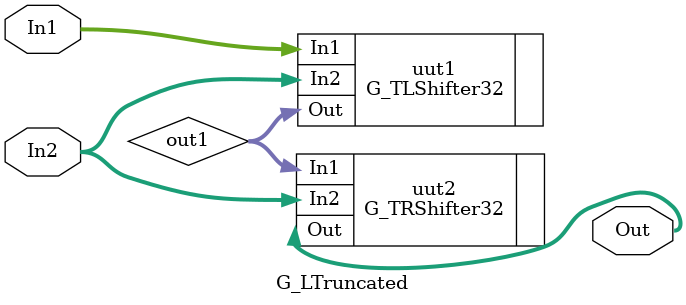
<source format=v>
`timescale 1ns / 1ps

// 低位截断，1表示低位截断
module G_LTruncated(
        input wire [31:0]   In1,
        input wire [4:0]    In2,
        output wire [31:0]  Out
    );
    
    wire [31:0] out1;
    
    G_TLShifter32 uut1(
        .In1 (In1),
        .In2 (In2),
        
        .Out (out1)
    );
    
    G_TRShifter32 uut2(
        .In1 (out1),
        .In2 (In2),
        
        .Out (Out)
    );

endmodule

</source>
